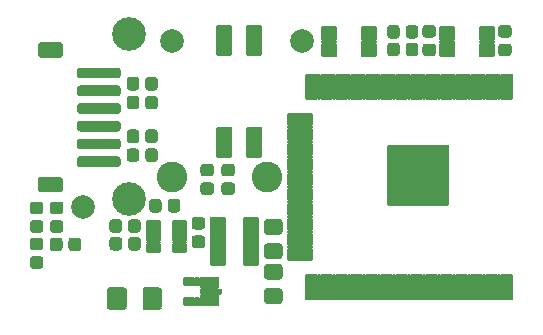
<source format=gbr>
G04 #@! TF.GenerationSoftware,KiCad,Pcbnew,(5.1.12)-1*
G04 #@! TF.CreationDate,2021-12-26T23:17:22+01:00*
G04 #@! TF.ProjectId,005032,30303530-3332-42e6-9b69-6361645f7063,v5*
G04 #@! TF.SameCoordinates,PX88601c0PY4692680*
G04 #@! TF.FileFunction,Soldermask,Top*
G04 #@! TF.FilePolarity,Negative*
%FSLAX46Y46*%
G04 Gerber Fmt 4.6, Leading zero omitted, Abs format (unit mm)*
G04 Created by KiCad (PCBNEW (5.1.12)-1) date 2021-12-26 23:17:22*
%MOMM*%
%LPD*%
G01*
G04 APERTURE LIST*
%ADD10C,2.600000*%
%ADD11C,2.850000*%
%ADD12C,2.000000*%
%ADD13C,0.100000*%
G04 APERTURE END LIST*
G36*
G01*
X-3500000Y-3300000D02*
X-3500000Y-2300000D01*
G75*
G02*
X-3400000Y-2200000I100000J0D01*
G01*
X-2250000Y-2200000D01*
G75*
G02*
X-2150000Y-2300000I0J-100000D01*
G01*
X-2150000Y-3300000D01*
G75*
G02*
X-2250000Y-3400000I-100000J0D01*
G01*
X-3400000Y-3400000D01*
G75*
G02*
X-3500000Y-3300000I0J100000D01*
G01*
G37*
G36*
G01*
X-3500000Y-1900000D02*
X-3500000Y-900000D01*
G75*
G02*
X-3400000Y-800000I100000J0D01*
G01*
X-2250000Y-800000D01*
G75*
G02*
X-2150000Y-900000I0J-100000D01*
G01*
X-2150000Y-1900000D01*
G75*
G02*
X-2250000Y-2000000I-100000J0D01*
G01*
X-3400000Y-2000000D01*
G75*
G02*
X-3500000Y-1900000I0J100000D01*
G01*
G37*
G36*
G01*
X-6850000Y-3300000D02*
X-6850000Y-2300000D01*
G75*
G02*
X-6750000Y-2200000I100000J0D01*
G01*
X-5600000Y-2200000D01*
G75*
G02*
X-5500000Y-2300000I0J-100000D01*
G01*
X-5500000Y-3300000D01*
G75*
G02*
X-5600000Y-3400000I-100000J0D01*
G01*
X-6750000Y-3400000D01*
G75*
G02*
X-6850000Y-3300000I0J100000D01*
G01*
G37*
G36*
G01*
X-6850000Y-1900000D02*
X-6850000Y-900000D01*
G75*
G02*
X-6750000Y-800000I100000J0D01*
G01*
X-5600000Y-800000D01*
G75*
G02*
X-5500000Y-900000I0J-100000D01*
G01*
X-5500000Y-1900000D01*
G75*
G02*
X-5600000Y-2000000I-100000J0D01*
G01*
X-6750000Y-2000000D01*
G75*
G02*
X-6850000Y-1900000I0J100000D01*
G01*
G37*
G36*
G01*
X-13500000Y-3300000D02*
X-13500000Y-2300000D01*
G75*
G02*
X-13400000Y-2200000I100000J0D01*
G01*
X-12250000Y-2200000D01*
G75*
G02*
X-12150000Y-2300000I0J-100000D01*
G01*
X-12150000Y-3300000D01*
G75*
G02*
X-12250000Y-3400000I-100000J0D01*
G01*
X-13400000Y-3400000D01*
G75*
G02*
X-13500000Y-3300000I0J100000D01*
G01*
G37*
G36*
G01*
X-13500000Y-1900000D02*
X-13500000Y-900000D01*
G75*
G02*
X-13400000Y-800000I100000J0D01*
G01*
X-12250000Y-800000D01*
G75*
G02*
X-12150000Y-900000I0J-100000D01*
G01*
X-12150000Y-1900000D01*
G75*
G02*
X-12250000Y-2000000I-100000J0D01*
G01*
X-13400000Y-2000000D01*
G75*
G02*
X-13500000Y-1900000I0J100000D01*
G01*
G37*
G36*
G01*
X-16850000Y-3300000D02*
X-16850000Y-2300000D01*
G75*
G02*
X-16750000Y-2200000I100000J0D01*
G01*
X-15600000Y-2200000D01*
G75*
G02*
X-15500000Y-2300000I0J-100000D01*
G01*
X-15500000Y-3300000D01*
G75*
G02*
X-15600000Y-3400000I-100000J0D01*
G01*
X-16750000Y-3400000D01*
G75*
G02*
X-16850000Y-3300000I0J100000D01*
G01*
G37*
G36*
G01*
X-16850000Y-1900000D02*
X-16850000Y-900000D01*
G75*
G02*
X-16750000Y-800000I100000J0D01*
G01*
X-15600000Y-800000D01*
G75*
G02*
X-15500000Y-900000I0J-100000D01*
G01*
X-15500000Y-1900000D01*
G75*
G02*
X-15600000Y-2000000I-100000J0D01*
G01*
X-16750000Y-2000000D01*
G75*
G02*
X-16850000Y-1900000I0J100000D01*
G01*
G37*
G36*
G01*
X-27037500Y-23000000D02*
X-25312500Y-23000000D01*
G75*
G02*
X-25212500Y-23100000I0J-100000D01*
G01*
X-25212500Y-23400000D01*
G75*
G02*
X-25312500Y-23500000I-100000J0D01*
G01*
X-27037500Y-23500000D01*
G75*
G02*
X-27137500Y-23400000I0J100000D01*
G01*
X-27137500Y-23100000D01*
G75*
G02*
X-27037500Y-23000000I100000J0D01*
G01*
G37*
G36*
G01*
X-27037500Y-23500000D02*
X-25587500Y-23500000D01*
G75*
G02*
X-25487500Y-23600000I0J-100000D01*
G01*
X-25487500Y-24400000D01*
G75*
G02*
X-25587500Y-24500000I-100000J0D01*
G01*
X-27037500Y-24500000D01*
G75*
G02*
X-27137500Y-24400000I0J100000D01*
G01*
X-27137500Y-23600000D01*
G75*
G02*
X-27037500Y-23500000I100000J0D01*
G01*
G37*
G36*
G01*
X-27512500Y-23700000D02*
X-27212500Y-23700000D01*
G75*
G02*
X-27112500Y-23800000I0J-100000D01*
G01*
X-27112500Y-24400000D01*
G75*
G02*
X-27212500Y-24500000I-100000J0D01*
G01*
X-27512500Y-24500000D01*
G75*
G02*
X-27612500Y-24400000I0J100000D01*
G01*
X-27612500Y-23800000D01*
G75*
G02*
X-27512500Y-23700000I100000J0D01*
G01*
G37*
G36*
G01*
X-27962500Y-23700000D02*
X-27662500Y-23700000D01*
G75*
G02*
X-27562500Y-23800000I0J-100000D01*
G01*
X-27562500Y-24400000D01*
G75*
G02*
X-27662500Y-24500000I-100000J0D01*
G01*
X-27962500Y-24500000D01*
G75*
G02*
X-28062500Y-24400000I0J100000D01*
G01*
X-28062500Y-23800000D01*
G75*
G02*
X-27962500Y-23700000I100000J0D01*
G01*
G37*
G36*
G01*
X-28412500Y-23700000D02*
X-28112500Y-23700000D01*
G75*
G02*
X-28012500Y-23800000I0J-100000D01*
G01*
X-28012500Y-24400000D01*
G75*
G02*
X-28112500Y-24500000I-100000J0D01*
G01*
X-28412500Y-24500000D01*
G75*
G02*
X-28512500Y-24400000I0J100000D01*
G01*
X-28512500Y-23800000D01*
G75*
G02*
X-28412500Y-23700000I100000J0D01*
G01*
G37*
G36*
G01*
X-28412500Y-22000000D02*
X-28112500Y-22000000D01*
G75*
G02*
X-28012500Y-22100000I0J-100000D01*
G01*
X-28012500Y-22700000D01*
G75*
G02*
X-28112500Y-22800000I-100000J0D01*
G01*
X-28412500Y-22800000D01*
G75*
G02*
X-28512500Y-22700000I0J100000D01*
G01*
X-28512500Y-22100000D01*
G75*
G02*
X-28412500Y-22000000I100000J0D01*
G01*
G37*
G36*
G01*
X-27962500Y-22000000D02*
X-27662500Y-22000000D01*
G75*
G02*
X-27562500Y-22100000I0J-100000D01*
G01*
X-27562500Y-22700000D01*
G75*
G02*
X-27662500Y-22800000I-100000J0D01*
G01*
X-27962500Y-22800000D01*
G75*
G02*
X-28062500Y-22700000I0J100000D01*
G01*
X-28062500Y-22100000D01*
G75*
G02*
X-27962500Y-22000000I100000J0D01*
G01*
G37*
G36*
G01*
X-27512500Y-22000000D02*
X-27212500Y-22000000D01*
G75*
G02*
X-27112500Y-22100000I0J-100000D01*
G01*
X-27112500Y-22700000D01*
G75*
G02*
X-27212500Y-22800000I-100000J0D01*
G01*
X-27512500Y-22800000D01*
G75*
G02*
X-27612500Y-22700000I0J100000D01*
G01*
X-27612500Y-22100000D01*
G75*
G02*
X-27512500Y-22000000I100000J0D01*
G01*
G37*
G36*
G01*
X-27037500Y-22000000D02*
X-25587500Y-22000000D01*
G75*
G02*
X-25487500Y-22100000I0J-100000D01*
G01*
X-25487500Y-22900000D01*
G75*
G02*
X-25587500Y-23000000I-100000J0D01*
G01*
X-27037500Y-23000000D01*
G75*
G02*
X-27137500Y-22900000I0J100000D01*
G01*
X-27137500Y-22100000D01*
G75*
G02*
X-27037500Y-22000000I100000J0D01*
G01*
G37*
D10*
X-21470000Y-13540000D03*
X-29470000Y-13540000D03*
D11*
X-33100000Y-15450000D03*
D12*
X-18500000Y-2000000D03*
X-29500000Y-2000000D03*
X-37000000Y-16100000D03*
D11*
X-33100000Y-1450000D03*
G36*
G01*
X-11140000Y-10800000D02*
X-6140000Y-10800000D01*
G75*
G02*
X-6040000Y-10900000I0J-100000D01*
G01*
X-6040000Y-15900000D01*
G75*
G02*
X-6140000Y-16000000I-100000J0D01*
G01*
X-11140000Y-16000000D01*
G75*
G02*
X-11240000Y-15900000I0J100000D01*
G01*
X-11240000Y-10900000D01*
G75*
G02*
X-11140000Y-10800000I100000J0D01*
G01*
G37*
G36*
G01*
X-1590000Y-21800000D02*
X-690000Y-21800000D01*
G75*
G02*
X-590000Y-21900000I0J-100000D01*
G01*
X-590000Y-23900000D01*
G75*
G02*
X-690000Y-24000000I-100000J0D01*
G01*
X-1590000Y-24000000D01*
G75*
G02*
X-1690000Y-23900000I0J100000D01*
G01*
X-1690000Y-21900000D01*
G75*
G02*
X-1590000Y-21800000I100000J0D01*
G01*
G37*
G36*
G01*
X-2860000Y-21800000D02*
X-1960000Y-21800000D01*
G75*
G02*
X-1860000Y-21900000I0J-100000D01*
G01*
X-1860000Y-23900000D01*
G75*
G02*
X-1960000Y-24000000I-100000J0D01*
G01*
X-2860000Y-24000000D01*
G75*
G02*
X-2960000Y-23900000I0J100000D01*
G01*
X-2960000Y-21900000D01*
G75*
G02*
X-2860000Y-21800000I100000J0D01*
G01*
G37*
G36*
G01*
X-4130000Y-21800000D02*
X-3230000Y-21800000D01*
G75*
G02*
X-3130000Y-21900000I0J-100000D01*
G01*
X-3130000Y-23900000D01*
G75*
G02*
X-3230000Y-24000000I-100000J0D01*
G01*
X-4130000Y-24000000D01*
G75*
G02*
X-4230000Y-23900000I0J100000D01*
G01*
X-4230000Y-21900000D01*
G75*
G02*
X-4130000Y-21800000I100000J0D01*
G01*
G37*
G36*
G01*
X-5400000Y-21800000D02*
X-4500000Y-21800000D01*
G75*
G02*
X-4400000Y-21900000I0J-100000D01*
G01*
X-4400000Y-23900000D01*
G75*
G02*
X-4500000Y-24000000I-100000J0D01*
G01*
X-5400000Y-24000000D01*
G75*
G02*
X-5500000Y-23900000I0J100000D01*
G01*
X-5500000Y-21900000D01*
G75*
G02*
X-5400000Y-21800000I100000J0D01*
G01*
G37*
G36*
G01*
X-6670000Y-21800000D02*
X-5770000Y-21800000D01*
G75*
G02*
X-5670000Y-21900000I0J-100000D01*
G01*
X-5670000Y-23900000D01*
G75*
G02*
X-5770000Y-24000000I-100000J0D01*
G01*
X-6670000Y-24000000D01*
G75*
G02*
X-6770000Y-23900000I0J100000D01*
G01*
X-6770000Y-21900000D01*
G75*
G02*
X-6670000Y-21800000I100000J0D01*
G01*
G37*
G36*
G01*
X-7940000Y-21800000D02*
X-7040000Y-21800000D01*
G75*
G02*
X-6940000Y-21900000I0J-100000D01*
G01*
X-6940000Y-23900000D01*
G75*
G02*
X-7040000Y-24000000I-100000J0D01*
G01*
X-7940000Y-24000000D01*
G75*
G02*
X-8040000Y-23900000I0J100000D01*
G01*
X-8040000Y-21900000D01*
G75*
G02*
X-7940000Y-21800000I100000J0D01*
G01*
G37*
G36*
G01*
X-9210000Y-21800000D02*
X-8310000Y-21800000D01*
G75*
G02*
X-8210000Y-21900000I0J-100000D01*
G01*
X-8210000Y-23900000D01*
G75*
G02*
X-8310000Y-24000000I-100000J0D01*
G01*
X-9210000Y-24000000D01*
G75*
G02*
X-9310000Y-23900000I0J100000D01*
G01*
X-9310000Y-21900000D01*
G75*
G02*
X-9210000Y-21800000I100000J0D01*
G01*
G37*
G36*
G01*
X-10480000Y-21800000D02*
X-9580000Y-21800000D01*
G75*
G02*
X-9480000Y-21900000I0J-100000D01*
G01*
X-9480000Y-23900000D01*
G75*
G02*
X-9580000Y-24000000I-100000J0D01*
G01*
X-10480000Y-24000000D01*
G75*
G02*
X-10580000Y-23900000I0J100000D01*
G01*
X-10580000Y-21900000D01*
G75*
G02*
X-10480000Y-21800000I100000J0D01*
G01*
G37*
G36*
G01*
X-11750000Y-21800000D02*
X-10850000Y-21800000D01*
G75*
G02*
X-10750000Y-21900000I0J-100000D01*
G01*
X-10750000Y-23900000D01*
G75*
G02*
X-10850000Y-24000000I-100000J0D01*
G01*
X-11750000Y-24000000D01*
G75*
G02*
X-11850000Y-23900000I0J100000D01*
G01*
X-11850000Y-21900000D01*
G75*
G02*
X-11750000Y-21800000I100000J0D01*
G01*
G37*
G36*
G01*
X-13020000Y-21800000D02*
X-12120000Y-21800000D01*
G75*
G02*
X-12020000Y-21900000I0J-100000D01*
G01*
X-12020000Y-23900000D01*
G75*
G02*
X-12120000Y-24000000I-100000J0D01*
G01*
X-13020000Y-24000000D01*
G75*
G02*
X-13120000Y-23900000I0J100000D01*
G01*
X-13120000Y-21900000D01*
G75*
G02*
X-13020000Y-21800000I100000J0D01*
G01*
G37*
G36*
G01*
X-14290000Y-21800000D02*
X-13390000Y-21800000D01*
G75*
G02*
X-13290000Y-21900000I0J-100000D01*
G01*
X-13290000Y-23900000D01*
G75*
G02*
X-13390000Y-24000000I-100000J0D01*
G01*
X-14290000Y-24000000D01*
G75*
G02*
X-14390000Y-23900000I0J100000D01*
G01*
X-14390000Y-21900000D01*
G75*
G02*
X-14290000Y-21800000I100000J0D01*
G01*
G37*
G36*
G01*
X-15560000Y-21800000D02*
X-14660000Y-21800000D01*
G75*
G02*
X-14560000Y-21900000I0J-100000D01*
G01*
X-14560000Y-23900000D01*
G75*
G02*
X-14660000Y-24000000I-100000J0D01*
G01*
X-15560000Y-24000000D01*
G75*
G02*
X-15660000Y-23900000I0J100000D01*
G01*
X-15660000Y-21900000D01*
G75*
G02*
X-15560000Y-21800000I100000J0D01*
G01*
G37*
G36*
G01*
X-16830000Y-21800000D02*
X-15930000Y-21800000D01*
G75*
G02*
X-15830000Y-21900000I0J-100000D01*
G01*
X-15830000Y-23900000D01*
G75*
G02*
X-15930000Y-24000000I-100000J0D01*
G01*
X-16830000Y-24000000D01*
G75*
G02*
X-16930000Y-23900000I0J100000D01*
G01*
X-16930000Y-21900000D01*
G75*
G02*
X-16830000Y-21800000I100000J0D01*
G01*
G37*
G36*
G01*
X-18100000Y-21800000D02*
X-17200000Y-21800000D01*
G75*
G02*
X-17100000Y-21900000I0J-100000D01*
G01*
X-17100000Y-23900000D01*
G75*
G02*
X-17200000Y-24000000I-100000J0D01*
G01*
X-18100000Y-24000000D01*
G75*
G02*
X-18200000Y-23900000I0J100000D01*
G01*
X-18200000Y-21900000D01*
G75*
G02*
X-18100000Y-21800000I100000J0D01*
G01*
G37*
G36*
G01*
X-19650000Y-19565000D02*
X-17650000Y-19565000D01*
G75*
G02*
X-17550000Y-19665000I0J-100000D01*
G01*
X-17550000Y-20565000D01*
G75*
G02*
X-17650000Y-20665000I-100000J0D01*
G01*
X-19650000Y-20665000D01*
G75*
G02*
X-19750000Y-20565000I0J100000D01*
G01*
X-19750000Y-19665000D01*
G75*
G02*
X-19650000Y-19565000I100000J0D01*
G01*
G37*
G36*
G01*
X-19650000Y-18295000D02*
X-17650000Y-18295000D01*
G75*
G02*
X-17550000Y-18395000I0J-100000D01*
G01*
X-17550000Y-19295000D01*
G75*
G02*
X-17650000Y-19395000I-100000J0D01*
G01*
X-19650000Y-19395000D01*
G75*
G02*
X-19750000Y-19295000I0J100000D01*
G01*
X-19750000Y-18395000D01*
G75*
G02*
X-19650000Y-18295000I100000J0D01*
G01*
G37*
G36*
G01*
X-19650000Y-17025000D02*
X-17650000Y-17025000D01*
G75*
G02*
X-17550000Y-17125000I0J-100000D01*
G01*
X-17550000Y-18025000D01*
G75*
G02*
X-17650000Y-18125000I-100000J0D01*
G01*
X-19650000Y-18125000D01*
G75*
G02*
X-19750000Y-18025000I0J100000D01*
G01*
X-19750000Y-17125000D01*
G75*
G02*
X-19650000Y-17025000I100000J0D01*
G01*
G37*
G36*
G01*
X-19650000Y-15755000D02*
X-17650000Y-15755000D01*
G75*
G02*
X-17550000Y-15855000I0J-100000D01*
G01*
X-17550000Y-16755000D01*
G75*
G02*
X-17650000Y-16855000I-100000J0D01*
G01*
X-19650000Y-16855000D01*
G75*
G02*
X-19750000Y-16755000I0J100000D01*
G01*
X-19750000Y-15855000D01*
G75*
G02*
X-19650000Y-15755000I100000J0D01*
G01*
G37*
G36*
G01*
X-19650000Y-14485000D02*
X-17650000Y-14485000D01*
G75*
G02*
X-17550000Y-14585000I0J-100000D01*
G01*
X-17550000Y-15485000D01*
G75*
G02*
X-17650000Y-15585000I-100000J0D01*
G01*
X-19650000Y-15585000D01*
G75*
G02*
X-19750000Y-15485000I0J100000D01*
G01*
X-19750000Y-14585000D01*
G75*
G02*
X-19650000Y-14485000I100000J0D01*
G01*
G37*
G36*
G01*
X-19650000Y-13215000D02*
X-17650000Y-13215000D01*
G75*
G02*
X-17550000Y-13315000I0J-100000D01*
G01*
X-17550000Y-14215000D01*
G75*
G02*
X-17650000Y-14315000I-100000J0D01*
G01*
X-19650000Y-14315000D01*
G75*
G02*
X-19750000Y-14215000I0J100000D01*
G01*
X-19750000Y-13315000D01*
G75*
G02*
X-19650000Y-13215000I100000J0D01*
G01*
G37*
G36*
G01*
X-19650000Y-11945000D02*
X-17650000Y-11945000D01*
G75*
G02*
X-17550000Y-12045000I0J-100000D01*
G01*
X-17550000Y-12945000D01*
G75*
G02*
X-17650000Y-13045000I-100000J0D01*
G01*
X-19650000Y-13045000D01*
G75*
G02*
X-19750000Y-12945000I0J100000D01*
G01*
X-19750000Y-12045000D01*
G75*
G02*
X-19650000Y-11945000I100000J0D01*
G01*
G37*
G36*
G01*
X-19650000Y-10675000D02*
X-17650000Y-10675000D01*
G75*
G02*
X-17550000Y-10775000I0J-100000D01*
G01*
X-17550000Y-11675000D01*
G75*
G02*
X-17650000Y-11775000I-100000J0D01*
G01*
X-19650000Y-11775000D01*
G75*
G02*
X-19750000Y-11675000I0J100000D01*
G01*
X-19750000Y-10775000D01*
G75*
G02*
X-19650000Y-10675000I100000J0D01*
G01*
G37*
G36*
G01*
X-19650000Y-9405000D02*
X-17650000Y-9405000D01*
G75*
G02*
X-17550000Y-9505000I0J-100000D01*
G01*
X-17550000Y-10405000D01*
G75*
G02*
X-17650000Y-10505000I-100000J0D01*
G01*
X-19650000Y-10505000D01*
G75*
G02*
X-19750000Y-10405000I0J100000D01*
G01*
X-19750000Y-9505000D01*
G75*
G02*
X-19650000Y-9405000I100000J0D01*
G01*
G37*
G36*
G01*
X-19650000Y-8135000D02*
X-17650000Y-8135000D01*
G75*
G02*
X-17550000Y-8235000I0J-100000D01*
G01*
X-17550000Y-9135000D01*
G75*
G02*
X-17650000Y-9235000I-100000J0D01*
G01*
X-19650000Y-9235000D01*
G75*
G02*
X-19750000Y-9135000I0J100000D01*
G01*
X-19750000Y-8235000D01*
G75*
G02*
X-19650000Y-8135000I100000J0D01*
G01*
G37*
G36*
G01*
X-18100000Y-4800000D02*
X-17200000Y-4800000D01*
G75*
G02*
X-17100000Y-4900000I0J-100000D01*
G01*
X-17100000Y-6900000D01*
G75*
G02*
X-17200000Y-7000000I-100000J0D01*
G01*
X-18100000Y-7000000D01*
G75*
G02*
X-18200000Y-6900000I0J100000D01*
G01*
X-18200000Y-4900000D01*
G75*
G02*
X-18100000Y-4800000I100000J0D01*
G01*
G37*
G36*
G01*
X-16830000Y-4800000D02*
X-15930000Y-4800000D01*
G75*
G02*
X-15830000Y-4900000I0J-100000D01*
G01*
X-15830000Y-6900000D01*
G75*
G02*
X-15930000Y-7000000I-100000J0D01*
G01*
X-16830000Y-7000000D01*
G75*
G02*
X-16930000Y-6900000I0J100000D01*
G01*
X-16930000Y-4900000D01*
G75*
G02*
X-16830000Y-4800000I100000J0D01*
G01*
G37*
G36*
G01*
X-15560000Y-4800000D02*
X-14660000Y-4800000D01*
G75*
G02*
X-14560000Y-4900000I0J-100000D01*
G01*
X-14560000Y-6900000D01*
G75*
G02*
X-14660000Y-7000000I-100000J0D01*
G01*
X-15560000Y-7000000D01*
G75*
G02*
X-15660000Y-6900000I0J100000D01*
G01*
X-15660000Y-4900000D01*
G75*
G02*
X-15560000Y-4800000I100000J0D01*
G01*
G37*
G36*
G01*
X-14290000Y-4800000D02*
X-13390000Y-4800000D01*
G75*
G02*
X-13290000Y-4900000I0J-100000D01*
G01*
X-13290000Y-6900000D01*
G75*
G02*
X-13390000Y-7000000I-100000J0D01*
G01*
X-14290000Y-7000000D01*
G75*
G02*
X-14390000Y-6900000I0J100000D01*
G01*
X-14390000Y-4900000D01*
G75*
G02*
X-14290000Y-4800000I100000J0D01*
G01*
G37*
G36*
G01*
X-13020000Y-4800000D02*
X-12120000Y-4800000D01*
G75*
G02*
X-12020000Y-4900000I0J-100000D01*
G01*
X-12020000Y-6900000D01*
G75*
G02*
X-12120000Y-7000000I-100000J0D01*
G01*
X-13020000Y-7000000D01*
G75*
G02*
X-13120000Y-6900000I0J100000D01*
G01*
X-13120000Y-4900000D01*
G75*
G02*
X-13020000Y-4800000I100000J0D01*
G01*
G37*
G36*
G01*
X-11750000Y-4800000D02*
X-10850000Y-4800000D01*
G75*
G02*
X-10750000Y-4900000I0J-100000D01*
G01*
X-10750000Y-6900000D01*
G75*
G02*
X-10850000Y-7000000I-100000J0D01*
G01*
X-11750000Y-7000000D01*
G75*
G02*
X-11850000Y-6900000I0J100000D01*
G01*
X-11850000Y-4900000D01*
G75*
G02*
X-11750000Y-4800000I100000J0D01*
G01*
G37*
G36*
G01*
X-10480000Y-4800000D02*
X-9580000Y-4800000D01*
G75*
G02*
X-9480000Y-4900000I0J-100000D01*
G01*
X-9480000Y-6900000D01*
G75*
G02*
X-9580000Y-7000000I-100000J0D01*
G01*
X-10480000Y-7000000D01*
G75*
G02*
X-10580000Y-6900000I0J100000D01*
G01*
X-10580000Y-4900000D01*
G75*
G02*
X-10480000Y-4800000I100000J0D01*
G01*
G37*
G36*
G01*
X-9210000Y-4800000D02*
X-8310000Y-4800000D01*
G75*
G02*
X-8210000Y-4900000I0J-100000D01*
G01*
X-8210000Y-6900000D01*
G75*
G02*
X-8310000Y-7000000I-100000J0D01*
G01*
X-9210000Y-7000000D01*
G75*
G02*
X-9310000Y-6900000I0J100000D01*
G01*
X-9310000Y-4900000D01*
G75*
G02*
X-9210000Y-4800000I100000J0D01*
G01*
G37*
G36*
G01*
X-7940000Y-4800000D02*
X-7040000Y-4800000D01*
G75*
G02*
X-6940000Y-4900000I0J-100000D01*
G01*
X-6940000Y-6900000D01*
G75*
G02*
X-7040000Y-7000000I-100000J0D01*
G01*
X-7940000Y-7000000D01*
G75*
G02*
X-8040000Y-6900000I0J100000D01*
G01*
X-8040000Y-4900000D01*
G75*
G02*
X-7940000Y-4800000I100000J0D01*
G01*
G37*
G36*
G01*
X-6670000Y-4800000D02*
X-5770000Y-4800000D01*
G75*
G02*
X-5670000Y-4900000I0J-100000D01*
G01*
X-5670000Y-6900000D01*
G75*
G02*
X-5770000Y-7000000I-100000J0D01*
G01*
X-6670000Y-7000000D01*
G75*
G02*
X-6770000Y-6900000I0J100000D01*
G01*
X-6770000Y-4900000D01*
G75*
G02*
X-6670000Y-4800000I100000J0D01*
G01*
G37*
G36*
G01*
X-5400000Y-4800000D02*
X-4500000Y-4800000D01*
G75*
G02*
X-4400000Y-4900000I0J-100000D01*
G01*
X-4400000Y-6900000D01*
G75*
G02*
X-4500000Y-7000000I-100000J0D01*
G01*
X-5400000Y-7000000D01*
G75*
G02*
X-5500000Y-6900000I0J100000D01*
G01*
X-5500000Y-4900000D01*
G75*
G02*
X-5400000Y-4800000I100000J0D01*
G01*
G37*
G36*
G01*
X-4130000Y-4800000D02*
X-3230000Y-4800000D01*
G75*
G02*
X-3130000Y-4900000I0J-100000D01*
G01*
X-3130000Y-6900000D01*
G75*
G02*
X-3230000Y-7000000I-100000J0D01*
G01*
X-4130000Y-7000000D01*
G75*
G02*
X-4230000Y-6900000I0J100000D01*
G01*
X-4230000Y-4900000D01*
G75*
G02*
X-4130000Y-4800000I100000J0D01*
G01*
G37*
G36*
G01*
X-2860000Y-4800000D02*
X-1960000Y-4800000D01*
G75*
G02*
X-1860000Y-4900000I0J-100000D01*
G01*
X-1860000Y-6900000D01*
G75*
G02*
X-1960000Y-7000000I-100000J0D01*
G01*
X-2860000Y-7000000D01*
G75*
G02*
X-2960000Y-6900000I0J100000D01*
G01*
X-2960000Y-4900000D01*
G75*
G02*
X-2860000Y-4800000I100000J0D01*
G01*
G37*
G36*
G01*
X-1590000Y-4800000D02*
X-690000Y-4800000D01*
G75*
G02*
X-590000Y-4900000I0J-100000D01*
G01*
X-590000Y-6900000D01*
G75*
G02*
X-690000Y-7000000I-100000J0D01*
G01*
X-1590000Y-7000000D01*
G75*
G02*
X-1690000Y-6900000I0J100000D01*
G01*
X-1690000Y-4900000D01*
G75*
G02*
X-1590000Y-4800000I100000J0D01*
G01*
G37*
G36*
G01*
X-30350000Y-23160087D02*
X-30350000Y-24539913D01*
G75*
G02*
X-30635087Y-24825000I-285087J0D01*
G01*
X-31689913Y-24825000D01*
G75*
G02*
X-31975000Y-24539913I0J285087D01*
G01*
X-31975000Y-23160087D01*
G75*
G02*
X-31689913Y-22875000I285087J0D01*
G01*
X-30635087Y-22875000D01*
G75*
G02*
X-30350000Y-23160087I0J-285087D01*
G01*
G37*
G36*
G01*
X-33325000Y-23160087D02*
X-33325000Y-24539913D01*
G75*
G02*
X-33610087Y-24825000I-285087J0D01*
G01*
X-34664913Y-24825000D01*
G75*
G02*
X-34950000Y-24539913I0J285087D01*
G01*
X-34950000Y-23160087D01*
G75*
G02*
X-34664913Y-22875000I285087J0D01*
G01*
X-33610087Y-22875000D01*
G75*
G02*
X-33325000Y-23160087I0J-285087D01*
G01*
G37*
G36*
G01*
X-27556250Y-18500000D02*
X-26943750Y-18500000D01*
G75*
G02*
X-26675000Y-18768750I0J-268750D01*
G01*
X-26675000Y-19306250D01*
G75*
G02*
X-26943750Y-19575000I-268750J0D01*
G01*
X-27556250Y-19575000D01*
G75*
G02*
X-27825000Y-19306250I0J268750D01*
G01*
X-27825000Y-18768750D01*
G75*
G02*
X-27556250Y-18500000I268750J0D01*
G01*
G37*
G36*
G01*
X-27556250Y-16925000D02*
X-26943750Y-16925000D01*
G75*
G02*
X-26675000Y-17193750I0J-268750D01*
G01*
X-26675000Y-17731250D01*
G75*
G02*
X-26943750Y-18000000I-268750J0D01*
G01*
X-27556250Y-18000000D01*
G75*
G02*
X-27825000Y-17731250I0J268750D01*
G01*
X-27825000Y-17193750D01*
G75*
G02*
X-27556250Y-16925000I268750J0D01*
G01*
G37*
G36*
G01*
X-34775000Y-18006250D02*
X-34775000Y-17393750D01*
G75*
G02*
X-34506250Y-17125000I268750J0D01*
G01*
X-33968750Y-17125000D01*
G75*
G02*
X-33700000Y-17393750I0J-268750D01*
G01*
X-33700000Y-18006250D01*
G75*
G02*
X-33968750Y-18275000I-268750J0D01*
G01*
X-34506250Y-18275000D01*
G75*
G02*
X-34775000Y-18006250I0J268750D01*
G01*
G37*
G36*
G01*
X-33200000Y-18006250D02*
X-33200000Y-17393750D01*
G75*
G02*
X-32931250Y-17125000I268750J0D01*
G01*
X-32393750Y-17125000D01*
G75*
G02*
X-32125000Y-17393750I0J-268750D01*
G01*
X-32125000Y-18006250D01*
G75*
G02*
X-32393750Y-18275000I-268750J0D01*
G01*
X-32931250Y-18275000D01*
G75*
G02*
X-33200000Y-18006250I0J268750D01*
G01*
G37*
G36*
G01*
X-21406523Y-22950000D02*
X-20393477Y-22950000D01*
G75*
G02*
X-20100000Y-23243477I0J-293477D01*
G01*
X-20100000Y-24006523D01*
G75*
G02*
X-20393477Y-24300000I-293477J0D01*
G01*
X-21406523Y-24300000D01*
G75*
G02*
X-21700000Y-24006523I0J293477D01*
G01*
X-21700000Y-23243477D01*
G75*
G02*
X-21406523Y-22950000I293477J0D01*
G01*
G37*
G36*
G01*
X-21406523Y-20900000D02*
X-20393477Y-20900000D01*
G75*
G02*
X-20100000Y-21193477I0J-293477D01*
G01*
X-20100000Y-21956523D01*
G75*
G02*
X-20393477Y-22250000I-293477J0D01*
G01*
X-21406523Y-22250000D01*
G75*
G02*
X-21700000Y-21956523I0J293477D01*
G01*
X-21700000Y-21193477D01*
G75*
G02*
X-21406523Y-20900000I293477J0D01*
G01*
G37*
G36*
G01*
X-20393477Y-20500000D02*
X-21406523Y-20500000D01*
G75*
G02*
X-21700000Y-20206523I0J293477D01*
G01*
X-21700000Y-19443477D01*
G75*
G02*
X-21406523Y-19150000I293477J0D01*
G01*
X-20393477Y-19150000D01*
G75*
G02*
X-20100000Y-19443477I0J-293477D01*
G01*
X-20100000Y-20206523D01*
G75*
G02*
X-20393477Y-20500000I-293477J0D01*
G01*
G37*
G36*
G01*
X-20393477Y-18450000D02*
X-21406523Y-18450000D01*
G75*
G02*
X-21700000Y-18156523I0J293477D01*
G01*
X-21700000Y-17393477D01*
G75*
G02*
X-21406523Y-17100000I293477J0D01*
G01*
X-20393477Y-17100000D01*
G75*
G02*
X-20100000Y-17393477I0J-293477D01*
G01*
X-20100000Y-18156523D01*
G75*
G02*
X-20393477Y-18450000I-293477J0D01*
G01*
G37*
G36*
G01*
X-7393750Y-3325000D02*
X-8006250Y-3325000D01*
G75*
G02*
X-8275000Y-3056250I0J268750D01*
G01*
X-8275000Y-2518750D01*
G75*
G02*
X-8006250Y-2250000I268750J0D01*
G01*
X-7393750Y-2250000D01*
G75*
G02*
X-7125000Y-2518750I0J-268750D01*
G01*
X-7125000Y-3056250D01*
G75*
G02*
X-7393750Y-3325000I-268750J0D01*
G01*
G37*
G36*
G01*
X-7393750Y-1750000D02*
X-8006250Y-1750000D01*
G75*
G02*
X-8275000Y-1481250I0J268750D01*
G01*
X-8275000Y-943750D01*
G75*
G02*
X-8006250Y-675000I268750J0D01*
G01*
X-7393750Y-675000D01*
G75*
G02*
X-7125000Y-943750I0J-268750D01*
G01*
X-7125000Y-1481250D01*
G75*
G02*
X-7393750Y-1750000I-268750J0D01*
G01*
G37*
G36*
G01*
X-993750Y-1750000D02*
X-1606250Y-1750000D01*
G75*
G02*
X-1875000Y-1481250I0J268750D01*
G01*
X-1875000Y-943750D01*
G75*
G02*
X-1606250Y-675000I268750J0D01*
G01*
X-993750Y-675000D01*
G75*
G02*
X-725000Y-943750I0J-268750D01*
G01*
X-725000Y-1481250D01*
G75*
G02*
X-993750Y-1750000I-268750J0D01*
G01*
G37*
G36*
G01*
X-993750Y-3325000D02*
X-1606250Y-3325000D01*
G75*
G02*
X-1875000Y-3056250I0J268750D01*
G01*
X-1875000Y-2518750D01*
G75*
G02*
X-1606250Y-2250000I268750J0D01*
G01*
X-993750Y-2250000D01*
G75*
G02*
X-725000Y-2518750I0J-268750D01*
G01*
X-725000Y-3056250D01*
G75*
G02*
X-993750Y-3325000I-268750J0D01*
G01*
G37*
G36*
G01*
X-10200000Y-943750D02*
X-10200000Y-1556250D01*
G75*
G02*
X-10468750Y-1825000I-268750J0D01*
G01*
X-11006250Y-1825000D01*
G75*
G02*
X-11275000Y-1556250I0J268750D01*
G01*
X-11275000Y-943750D01*
G75*
G02*
X-11006250Y-675000I268750J0D01*
G01*
X-10468750Y-675000D01*
G75*
G02*
X-10200000Y-943750I0J-268750D01*
G01*
G37*
G36*
G01*
X-8625000Y-943750D02*
X-8625000Y-1556250D01*
G75*
G02*
X-8893750Y-1825000I-268750J0D01*
G01*
X-9431250Y-1825000D01*
G75*
G02*
X-9700000Y-1556250I0J268750D01*
G01*
X-9700000Y-943750D01*
G75*
G02*
X-9431250Y-675000I268750J0D01*
G01*
X-8893750Y-675000D01*
G75*
G02*
X-8625000Y-943750I0J-268750D01*
G01*
G37*
G36*
G01*
X-41256250Y-15625000D02*
X-40643750Y-15625000D01*
G75*
G02*
X-40375000Y-15893750I0J-268750D01*
G01*
X-40375000Y-16431250D01*
G75*
G02*
X-40643750Y-16700000I-268750J0D01*
G01*
X-41256250Y-16700000D01*
G75*
G02*
X-41525000Y-16431250I0J268750D01*
G01*
X-41525000Y-15893750D01*
G75*
G02*
X-41256250Y-15625000I268750J0D01*
G01*
G37*
G36*
G01*
X-41256250Y-17200000D02*
X-40643750Y-17200000D01*
G75*
G02*
X-40375000Y-17468750I0J-268750D01*
G01*
X-40375000Y-18006250D01*
G75*
G02*
X-40643750Y-18275000I-268750J0D01*
G01*
X-41256250Y-18275000D01*
G75*
G02*
X-41525000Y-18006250I0J268750D01*
G01*
X-41525000Y-17468750D01*
G75*
G02*
X-41256250Y-17200000I268750J0D01*
G01*
G37*
G36*
G01*
X-39556250Y-17200000D02*
X-38943750Y-17200000D01*
G75*
G02*
X-38675000Y-17468750I0J-268750D01*
G01*
X-38675000Y-18006250D01*
G75*
G02*
X-38943750Y-18275000I-268750J0D01*
G01*
X-39556250Y-18275000D01*
G75*
G02*
X-39825000Y-18006250I0J268750D01*
G01*
X-39825000Y-17468750D01*
G75*
G02*
X-39556250Y-17200000I268750J0D01*
G01*
G37*
G36*
G01*
X-39556250Y-15625000D02*
X-38943750Y-15625000D01*
G75*
G02*
X-38675000Y-15893750I0J-268750D01*
G01*
X-38675000Y-16431250D01*
G75*
G02*
X-38943750Y-16700000I-268750J0D01*
G01*
X-39556250Y-16700000D01*
G75*
G02*
X-39825000Y-16431250I0J268750D01*
G01*
X-39825000Y-15893750D01*
G75*
G02*
X-39556250Y-15625000I268750J0D01*
G01*
G37*
G36*
G01*
X-33200000Y-19506250D02*
X-33200000Y-18893750D01*
G75*
G02*
X-32931250Y-18625000I268750J0D01*
G01*
X-32393750Y-18625000D01*
G75*
G02*
X-32125000Y-18893750I0J-268750D01*
G01*
X-32125000Y-19506250D01*
G75*
G02*
X-32393750Y-19775000I-268750J0D01*
G01*
X-32931250Y-19775000D01*
G75*
G02*
X-33200000Y-19506250I0J268750D01*
G01*
G37*
G36*
G01*
X-34775000Y-19506250D02*
X-34775000Y-18893750D01*
G75*
G02*
X-34506250Y-18625000I268750J0D01*
G01*
X-33968750Y-18625000D01*
G75*
G02*
X-33700000Y-18893750I0J-268750D01*
G01*
X-33700000Y-19506250D01*
G75*
G02*
X-33968750Y-19775000I-268750J0D01*
G01*
X-34506250Y-19775000D01*
G75*
G02*
X-34775000Y-19506250I0J268750D01*
G01*
G37*
G36*
G01*
X-31425000Y-16286250D02*
X-31425000Y-15673750D01*
G75*
G02*
X-31156250Y-15405000I268750J0D01*
G01*
X-30618750Y-15405000D01*
G75*
G02*
X-30350000Y-15673750I0J-268750D01*
G01*
X-30350000Y-16286250D01*
G75*
G02*
X-30618750Y-16555000I-268750J0D01*
G01*
X-31156250Y-16555000D01*
G75*
G02*
X-31425000Y-16286250I0J268750D01*
G01*
G37*
G36*
G01*
X-29850000Y-16286250D02*
X-29850000Y-15673750D01*
G75*
G02*
X-29581250Y-15405000I268750J0D01*
G01*
X-29043750Y-15405000D01*
G75*
G02*
X-28775000Y-15673750I0J-268750D01*
G01*
X-28775000Y-16286250D01*
G75*
G02*
X-29043750Y-16555000I-268750J0D01*
G01*
X-29581250Y-16555000D01*
G75*
G02*
X-29850000Y-16286250I0J268750D01*
G01*
G37*
G36*
G01*
X-9700000Y-3056250D02*
X-9700000Y-2443750D01*
G75*
G02*
X-9431250Y-2175000I268750J0D01*
G01*
X-8893750Y-2175000D01*
G75*
G02*
X-8625000Y-2443750I0J-268750D01*
G01*
X-8625000Y-3056250D01*
G75*
G02*
X-8893750Y-3325000I-268750J0D01*
G01*
X-9431250Y-3325000D01*
G75*
G02*
X-9700000Y-3056250I0J268750D01*
G01*
G37*
G36*
G01*
X-11275000Y-3056250D02*
X-11275000Y-2443750D01*
G75*
G02*
X-11006250Y-2175000I268750J0D01*
G01*
X-10468750Y-2175000D01*
G75*
G02*
X-10200000Y-2443750I0J-268750D01*
G01*
X-10200000Y-3056250D01*
G75*
G02*
X-10468750Y-3325000I-268750J0D01*
G01*
X-11006250Y-3325000D01*
G75*
G02*
X-11275000Y-3056250I0J268750D01*
G01*
G37*
G36*
G01*
X-30675000Y-9793750D02*
X-30675000Y-10406250D01*
G75*
G02*
X-30943750Y-10675000I-268750J0D01*
G01*
X-31481250Y-10675000D01*
G75*
G02*
X-31750000Y-10406250I0J268750D01*
G01*
X-31750000Y-9793750D01*
G75*
G02*
X-31481250Y-9525000I268750J0D01*
G01*
X-30943750Y-9525000D01*
G75*
G02*
X-30675000Y-9793750I0J-268750D01*
G01*
G37*
G36*
G01*
X-32250000Y-9793750D02*
X-32250000Y-10406250D01*
G75*
G02*
X-32518750Y-10675000I-268750J0D01*
G01*
X-33056250Y-10675000D01*
G75*
G02*
X-33325000Y-10406250I0J268750D01*
G01*
X-33325000Y-9793750D01*
G75*
G02*
X-33056250Y-9525000I268750J0D01*
G01*
X-32518750Y-9525000D01*
G75*
G02*
X-32250000Y-9793750I0J-268750D01*
G01*
G37*
G36*
G01*
X-32250000Y-11393750D02*
X-32250000Y-12006250D01*
G75*
G02*
X-32518750Y-12275000I-268750J0D01*
G01*
X-33056250Y-12275000D01*
G75*
G02*
X-33325000Y-12006250I0J268750D01*
G01*
X-33325000Y-11393750D01*
G75*
G02*
X-33056250Y-11125000I268750J0D01*
G01*
X-32518750Y-11125000D01*
G75*
G02*
X-32250000Y-11393750I0J-268750D01*
G01*
G37*
G36*
G01*
X-30675000Y-11393750D02*
X-30675000Y-12006250D01*
G75*
G02*
X-30943750Y-12275000I-268750J0D01*
G01*
X-31481250Y-12275000D01*
G75*
G02*
X-31750000Y-12006250I0J268750D01*
G01*
X-31750000Y-11393750D01*
G75*
G02*
X-31481250Y-11125000I268750J0D01*
G01*
X-30943750Y-11125000D01*
G75*
G02*
X-30675000Y-11393750I0J-268750D01*
G01*
G37*
G36*
G01*
X-30675000Y-5343750D02*
X-30675000Y-5956250D01*
G75*
G02*
X-30943750Y-6225000I-268750J0D01*
G01*
X-31481250Y-6225000D01*
G75*
G02*
X-31750000Y-5956250I0J268750D01*
G01*
X-31750000Y-5343750D01*
G75*
G02*
X-31481250Y-5075000I268750J0D01*
G01*
X-30943750Y-5075000D01*
G75*
G02*
X-30675000Y-5343750I0J-268750D01*
G01*
G37*
G36*
G01*
X-32250000Y-5343750D02*
X-32250000Y-5956250D01*
G75*
G02*
X-32518750Y-6225000I-268750J0D01*
G01*
X-33056250Y-6225000D01*
G75*
G02*
X-33325000Y-5956250I0J268750D01*
G01*
X-33325000Y-5343750D01*
G75*
G02*
X-33056250Y-5075000I268750J0D01*
G01*
X-32518750Y-5075000D01*
G75*
G02*
X-32250000Y-5343750I0J-268750D01*
G01*
G37*
G36*
G01*
X-30675000Y-6943750D02*
X-30675000Y-7556250D01*
G75*
G02*
X-30943750Y-7825000I-268750J0D01*
G01*
X-31481250Y-7825000D01*
G75*
G02*
X-31750000Y-7556250I0J268750D01*
G01*
X-31750000Y-6943750D01*
G75*
G02*
X-31481250Y-6675000I268750J0D01*
G01*
X-30943750Y-6675000D01*
G75*
G02*
X-30675000Y-6943750I0J-268750D01*
G01*
G37*
G36*
G01*
X-32250000Y-6943750D02*
X-32250000Y-7556250D01*
G75*
G02*
X-32518750Y-7825000I-268750J0D01*
G01*
X-33056250Y-7825000D01*
G75*
G02*
X-33325000Y-7556250I0J268750D01*
G01*
X-33325000Y-6943750D01*
G75*
G02*
X-33056250Y-6675000I268750J0D01*
G01*
X-32518750Y-6675000D01*
G75*
G02*
X-32250000Y-6943750I0J-268750D01*
G01*
G37*
G36*
G01*
X-26193750Y-15075000D02*
X-26806250Y-15075000D01*
G75*
G02*
X-27075000Y-14806250I0J268750D01*
G01*
X-27075000Y-14268750D01*
G75*
G02*
X-26806250Y-14000000I268750J0D01*
G01*
X-26193750Y-14000000D01*
G75*
G02*
X-25925000Y-14268750I0J-268750D01*
G01*
X-25925000Y-14806250D01*
G75*
G02*
X-26193750Y-15075000I-268750J0D01*
G01*
G37*
G36*
G01*
X-26193750Y-13500000D02*
X-26806250Y-13500000D01*
G75*
G02*
X-27075000Y-13231250I0J268750D01*
G01*
X-27075000Y-12693750D01*
G75*
G02*
X-26806250Y-12425000I268750J0D01*
G01*
X-26193750Y-12425000D01*
G75*
G02*
X-25925000Y-12693750I0J-268750D01*
G01*
X-25925000Y-13231250D01*
G75*
G02*
X-26193750Y-13500000I-268750J0D01*
G01*
G37*
G36*
G01*
X-24418750Y-13500000D02*
X-25031250Y-13500000D01*
G75*
G02*
X-25300000Y-13231250I0J268750D01*
G01*
X-25300000Y-12693750D01*
G75*
G02*
X-25031250Y-12425000I268750J0D01*
G01*
X-24418750Y-12425000D01*
G75*
G02*
X-24150000Y-12693750I0J-268750D01*
G01*
X-24150000Y-13231250D01*
G75*
G02*
X-24418750Y-13500000I-268750J0D01*
G01*
G37*
G36*
G01*
X-24418750Y-15075000D02*
X-25031250Y-15075000D01*
G75*
G02*
X-25300000Y-14806250I0J268750D01*
G01*
X-25300000Y-14268750D01*
G75*
G02*
X-25031250Y-14000000I268750J0D01*
G01*
X-24418750Y-14000000D01*
G75*
G02*
X-24150000Y-14268750I0J-268750D01*
G01*
X-24150000Y-14806250D01*
G75*
G02*
X-24418750Y-15075000I-268750J0D01*
G01*
G37*
G36*
G01*
X-41256250Y-20250000D02*
X-40643750Y-20250000D01*
G75*
G02*
X-40375000Y-20518750I0J-268750D01*
G01*
X-40375000Y-21056250D01*
G75*
G02*
X-40643750Y-21325000I-268750J0D01*
G01*
X-41256250Y-21325000D01*
G75*
G02*
X-41525000Y-21056250I0J268750D01*
G01*
X-41525000Y-20518750D01*
G75*
G02*
X-41256250Y-20250000I268750J0D01*
G01*
G37*
G36*
G01*
X-41256250Y-18675000D02*
X-40643750Y-18675000D01*
G75*
G02*
X-40375000Y-18943750I0J-268750D01*
G01*
X-40375000Y-19481250D01*
G75*
G02*
X-40643750Y-19750000I-268750J0D01*
G01*
X-41256250Y-19750000D01*
G75*
G02*
X-41525000Y-19481250I0J268750D01*
G01*
X-41525000Y-18943750D01*
G75*
G02*
X-41256250Y-18675000I268750J0D01*
G01*
G37*
G36*
G01*
X-39825000Y-19556250D02*
X-39825000Y-18943750D01*
G75*
G02*
X-39556250Y-18675000I268750J0D01*
G01*
X-39018750Y-18675000D01*
G75*
G02*
X-38750000Y-18943750I0J-268750D01*
G01*
X-38750000Y-19556250D01*
G75*
G02*
X-39018750Y-19825000I-268750J0D01*
G01*
X-39556250Y-19825000D01*
G75*
G02*
X-39825000Y-19556250I0J268750D01*
G01*
G37*
G36*
G01*
X-38250000Y-19556250D02*
X-38250000Y-18943750D01*
G75*
G02*
X-37981250Y-18675000I268750J0D01*
G01*
X-37443750Y-18675000D01*
G75*
G02*
X-37175000Y-18943750I0J-268750D01*
G01*
X-37175000Y-19556250D01*
G75*
G02*
X-37443750Y-19825000I-268750J0D01*
G01*
X-37981250Y-19825000D01*
G75*
G02*
X-38250000Y-19556250I0J268750D01*
G01*
G37*
G36*
G01*
X-31680000Y-17975000D02*
X-31680000Y-17325000D01*
G75*
G02*
X-31580000Y-17225000I100000J0D01*
G01*
X-30520000Y-17225000D01*
G75*
G02*
X-30420000Y-17325000I0J-100000D01*
G01*
X-30420000Y-17975000D01*
G75*
G02*
X-30520000Y-18075000I-100000J0D01*
G01*
X-31580000Y-18075000D01*
G75*
G02*
X-31680000Y-17975000I0J100000D01*
G01*
G37*
G36*
G01*
X-31680000Y-18925000D02*
X-31680000Y-18275000D01*
G75*
G02*
X-31580000Y-18175000I100000J0D01*
G01*
X-30520000Y-18175000D01*
G75*
G02*
X-30420000Y-18275000I0J-100000D01*
G01*
X-30420000Y-18925000D01*
G75*
G02*
X-30520000Y-19025000I-100000J0D01*
G01*
X-31580000Y-19025000D01*
G75*
G02*
X-31680000Y-18925000I0J100000D01*
G01*
G37*
G36*
G01*
X-31680000Y-19875000D02*
X-31680000Y-19225000D01*
G75*
G02*
X-31580000Y-19125000I100000J0D01*
G01*
X-30520000Y-19125000D01*
G75*
G02*
X-30420000Y-19225000I0J-100000D01*
G01*
X-30420000Y-19875000D01*
G75*
G02*
X-30520000Y-19975000I-100000J0D01*
G01*
X-31580000Y-19975000D01*
G75*
G02*
X-31680000Y-19875000I0J100000D01*
G01*
G37*
G36*
G01*
X-29480000Y-19875000D02*
X-29480000Y-19225000D01*
G75*
G02*
X-29380000Y-19125000I100000J0D01*
G01*
X-28320000Y-19125000D01*
G75*
G02*
X-28220000Y-19225000I0J-100000D01*
G01*
X-28220000Y-19875000D01*
G75*
G02*
X-28320000Y-19975000I-100000J0D01*
G01*
X-29380000Y-19975000D01*
G75*
G02*
X-29480000Y-19875000I0J100000D01*
G01*
G37*
G36*
G01*
X-29480000Y-17975000D02*
X-29480000Y-17325000D01*
G75*
G02*
X-29380000Y-17225000I100000J0D01*
G01*
X-28320000Y-17225000D01*
G75*
G02*
X-28220000Y-17325000I0J-100000D01*
G01*
X-28220000Y-17975000D01*
G75*
G02*
X-28320000Y-18075000I-100000J0D01*
G01*
X-29380000Y-18075000D01*
G75*
G02*
X-29480000Y-17975000I0J100000D01*
G01*
G37*
G36*
G01*
X-29480000Y-18925000D02*
X-29480000Y-18275000D01*
G75*
G02*
X-29380000Y-18175000I100000J0D01*
G01*
X-28320000Y-18175000D01*
G75*
G02*
X-28220000Y-18275000I0J-100000D01*
G01*
X-28220000Y-18925000D01*
G75*
G02*
X-28320000Y-19025000I-100000J0D01*
G01*
X-29380000Y-19025000D01*
G75*
G02*
X-29480000Y-18925000I0J100000D01*
G01*
G37*
G36*
G01*
X-24510000Y-11925000D02*
X-25630000Y-11925000D01*
G75*
G02*
X-25730000Y-11825000I0J100000D01*
G01*
X-25730000Y-9385000D01*
G75*
G02*
X-25630000Y-9285000I100000J0D01*
G01*
X-24510000Y-9285000D01*
G75*
G02*
X-24410000Y-9385000I0J-100000D01*
G01*
X-24410000Y-11825000D01*
G75*
G02*
X-24510000Y-11925000I-100000J0D01*
G01*
G37*
G36*
G01*
X-21970000Y-3315000D02*
X-23090000Y-3315000D01*
G75*
G02*
X-23190000Y-3215000I0J100000D01*
G01*
X-23190000Y-775000D01*
G75*
G02*
X-23090000Y-675000I100000J0D01*
G01*
X-21970000Y-675000D01*
G75*
G02*
X-21870000Y-775000I0J-100000D01*
G01*
X-21870000Y-3215000D01*
G75*
G02*
X-21970000Y-3315000I-100000J0D01*
G01*
G37*
G36*
G01*
X-21970000Y-11925000D02*
X-23090000Y-11925000D01*
G75*
G02*
X-23190000Y-11825000I0J100000D01*
G01*
X-23190000Y-9385000D01*
G75*
G02*
X-23090000Y-9285000I100000J0D01*
G01*
X-21970000Y-9285000D01*
G75*
G02*
X-21870000Y-9385000I0J-100000D01*
G01*
X-21870000Y-11825000D01*
G75*
G02*
X-21970000Y-11925000I-100000J0D01*
G01*
G37*
G36*
G01*
X-24510000Y-3315000D02*
X-25630000Y-3315000D01*
G75*
G02*
X-25730000Y-3215000I0J100000D01*
G01*
X-25730000Y-775000D01*
G75*
G02*
X-25630000Y-675000I100000J0D01*
G01*
X-24510000Y-675000D01*
G75*
G02*
X-24410000Y-775000I0J-100000D01*
G01*
X-24410000Y-3215000D01*
G75*
G02*
X-24510000Y-3315000I-100000J0D01*
G01*
G37*
G36*
G01*
X-26300000Y-20950000D02*
X-26300000Y-17050000D01*
G75*
G02*
X-26200000Y-16950000I100000J0D01*
G01*
X-25000000Y-16950000D01*
G75*
G02*
X-24900000Y-17050000I0J-100000D01*
G01*
X-24900000Y-20950000D01*
G75*
G02*
X-25000000Y-21050000I-100000J0D01*
G01*
X-26200000Y-21050000D01*
G75*
G02*
X-26300000Y-20950000I0J100000D01*
G01*
G37*
G36*
G01*
X-23500000Y-20950000D02*
X-23500000Y-17050000D01*
G75*
G02*
X-23400000Y-16950000I100000J0D01*
G01*
X-22200000Y-16950000D01*
G75*
G02*
X-22100000Y-17050000I0J-100000D01*
G01*
X-22100000Y-20950000D01*
G75*
G02*
X-22200000Y-21050000I-100000J0D01*
G01*
X-23400000Y-21050000D01*
G75*
G02*
X-23500000Y-20950000I0J100000D01*
G01*
G37*
G36*
G01*
X-37300000Y-4300000D02*
X-34050000Y-4300000D01*
G75*
G02*
X-33825000Y-4525000I0J-225000D01*
G01*
X-33825000Y-4975000D01*
G75*
G02*
X-34050000Y-5200000I-225000J0D01*
G01*
X-37300000Y-5200000D01*
G75*
G02*
X-37525000Y-4975000I0J225000D01*
G01*
X-37525000Y-4525000D01*
G75*
G02*
X-37300000Y-4300000I225000J0D01*
G01*
G37*
G36*
G01*
X-37300000Y-5800000D02*
X-34050000Y-5800000D01*
G75*
G02*
X-33825000Y-6025000I0J-225000D01*
G01*
X-33825000Y-6475000D01*
G75*
G02*
X-34050000Y-6700000I-225000J0D01*
G01*
X-37300000Y-6700000D01*
G75*
G02*
X-37525000Y-6475000I0J225000D01*
G01*
X-37525000Y-6025000D01*
G75*
G02*
X-37300000Y-5800000I225000J0D01*
G01*
G37*
G36*
G01*
X-37300000Y-7300000D02*
X-34050000Y-7300000D01*
G75*
G02*
X-33825000Y-7525000I0J-225000D01*
G01*
X-33825000Y-7975000D01*
G75*
G02*
X-34050000Y-8200000I-225000J0D01*
G01*
X-37300000Y-8200000D01*
G75*
G02*
X-37525000Y-7975000I0J225000D01*
G01*
X-37525000Y-7525000D01*
G75*
G02*
X-37300000Y-7300000I225000J0D01*
G01*
G37*
G36*
G01*
X-37300000Y-8800000D02*
X-34050000Y-8800000D01*
G75*
G02*
X-33825000Y-9025000I0J-225000D01*
G01*
X-33825000Y-9475000D01*
G75*
G02*
X-34050000Y-9700000I-225000J0D01*
G01*
X-37300000Y-9700000D01*
G75*
G02*
X-37525000Y-9475000I0J225000D01*
G01*
X-37525000Y-9025000D01*
G75*
G02*
X-37300000Y-8800000I225000J0D01*
G01*
G37*
G36*
G01*
X-37300000Y-10300000D02*
X-34050000Y-10300000D01*
G75*
G02*
X-33825000Y-10525000I0J-225000D01*
G01*
X-33825000Y-10975000D01*
G75*
G02*
X-34050000Y-11200000I-225000J0D01*
G01*
X-37300000Y-11200000D01*
G75*
G02*
X-37525000Y-10975000I0J225000D01*
G01*
X-37525000Y-10525000D01*
G75*
G02*
X-37300000Y-10300000I225000J0D01*
G01*
G37*
G36*
G01*
X-37300000Y-11800000D02*
X-34050000Y-11800000D01*
G75*
G02*
X-33825000Y-12025000I0J-225000D01*
G01*
X-33825000Y-12475000D01*
G75*
G02*
X-34050000Y-12700000I-225000J0D01*
G01*
X-37300000Y-12700000D01*
G75*
G02*
X-37525000Y-12475000I0J225000D01*
G01*
X-37525000Y-12025000D01*
G75*
G02*
X-37300000Y-11800000I225000J0D01*
G01*
G37*
G36*
G01*
X-40607900Y-2150000D02*
X-38942100Y-2150000D01*
G75*
G02*
X-38725000Y-2367100I0J-217100D01*
G01*
X-38725000Y-3232900D01*
G75*
G02*
X-38942100Y-3450000I-217100J0D01*
G01*
X-40607900Y-3450000D01*
G75*
G02*
X-40825000Y-3232900I0J217100D01*
G01*
X-40825000Y-2367100D01*
G75*
G02*
X-40607900Y-2150000I217100J0D01*
G01*
G37*
G36*
G01*
X-40607900Y-13550000D02*
X-38942100Y-13550000D01*
G75*
G02*
X-38725000Y-13767100I0J-217100D01*
G01*
X-38725000Y-14632900D01*
G75*
G02*
X-38942100Y-14850000I-217100J0D01*
G01*
X-40607900Y-14850000D01*
G75*
G02*
X-40825000Y-14632900I0J217100D01*
G01*
X-40825000Y-13767100D01*
G75*
G02*
X-40607900Y-13550000I217100J0D01*
G01*
G37*
D13*
G36*
X-30348835Y-24538287D02*
G01*
X-30348000Y-24539913D01*
X-30348000Y-24614911D01*
X-30348010Y-24615107D01*
X-30352522Y-24660916D01*
X-30352598Y-24661301D01*
X-30364170Y-24699450D01*
X-30364320Y-24699812D01*
X-30383111Y-24734967D01*
X-30383329Y-24735293D01*
X-30408617Y-24766106D01*
X-30408894Y-24766383D01*
X-30439707Y-24791671D01*
X-30440033Y-24791889D01*
X-30475188Y-24810680D01*
X-30475550Y-24810830D01*
X-30513699Y-24822402D01*
X-30514084Y-24822478D01*
X-30559893Y-24826990D01*
X-30560089Y-24827000D01*
X-30635087Y-24827000D01*
X-30636819Y-24826000D01*
X-30636819Y-24824000D01*
X-30635283Y-24823010D01*
X-30579864Y-24817552D01*
X-30526758Y-24801442D01*
X-30477817Y-24775283D01*
X-30434921Y-24740079D01*
X-30399717Y-24697183D01*
X-30373558Y-24648242D01*
X-30357448Y-24595136D01*
X-30351990Y-24539717D01*
X-30350825Y-24538091D01*
X-30348835Y-24538287D01*
G37*
G36*
X-34948010Y-24539717D02*
G01*
X-34942552Y-24595136D01*
X-34926442Y-24648242D01*
X-34900283Y-24697183D01*
X-34865079Y-24740079D01*
X-34822183Y-24775283D01*
X-34773242Y-24801442D01*
X-34720136Y-24817552D01*
X-34664717Y-24823010D01*
X-34663091Y-24824175D01*
X-34663287Y-24826165D01*
X-34664913Y-24827000D01*
X-34739911Y-24827000D01*
X-34740107Y-24826990D01*
X-34785916Y-24822478D01*
X-34786301Y-24822402D01*
X-34824450Y-24810830D01*
X-34824812Y-24810680D01*
X-34859967Y-24791889D01*
X-34860293Y-24791671D01*
X-34891106Y-24766383D01*
X-34891383Y-24766106D01*
X-34916671Y-24735293D01*
X-34916889Y-24734967D01*
X-34935680Y-24699812D01*
X-34935830Y-24699450D01*
X-34947402Y-24661301D01*
X-34947478Y-24660916D01*
X-34951990Y-24615107D01*
X-34952000Y-24614911D01*
X-34952000Y-24539913D01*
X-34951000Y-24538181D01*
X-34949000Y-24538181D01*
X-34948010Y-24539717D01*
G37*
G36*
X-31973010Y-24539717D02*
G01*
X-31967552Y-24595136D01*
X-31951442Y-24648242D01*
X-31925283Y-24697183D01*
X-31890079Y-24740079D01*
X-31847183Y-24775283D01*
X-31798242Y-24801442D01*
X-31745136Y-24817552D01*
X-31689717Y-24823010D01*
X-31688091Y-24824175D01*
X-31688287Y-24826165D01*
X-31689913Y-24827000D01*
X-31764911Y-24827000D01*
X-31765107Y-24826990D01*
X-31810916Y-24822478D01*
X-31811301Y-24822402D01*
X-31849450Y-24810830D01*
X-31849812Y-24810680D01*
X-31884967Y-24791889D01*
X-31885293Y-24791671D01*
X-31916106Y-24766383D01*
X-31916383Y-24766106D01*
X-31941671Y-24735293D01*
X-31941889Y-24734967D01*
X-31960680Y-24699812D01*
X-31960830Y-24699450D01*
X-31972402Y-24661301D01*
X-31972478Y-24660916D01*
X-31976990Y-24615107D01*
X-31977000Y-24614911D01*
X-31977000Y-24539913D01*
X-31976000Y-24538181D01*
X-31974000Y-24538181D01*
X-31973010Y-24539717D01*
G37*
G36*
X-33323835Y-24538287D02*
G01*
X-33323000Y-24539913D01*
X-33323000Y-24614911D01*
X-33323010Y-24615107D01*
X-33327522Y-24660916D01*
X-33327598Y-24661301D01*
X-33339170Y-24699450D01*
X-33339320Y-24699812D01*
X-33358111Y-24734967D01*
X-33358329Y-24735293D01*
X-33383617Y-24766106D01*
X-33383894Y-24766383D01*
X-33414707Y-24791671D01*
X-33415033Y-24791889D01*
X-33450188Y-24810680D01*
X-33450550Y-24810830D01*
X-33488699Y-24822402D01*
X-33489084Y-24822478D01*
X-33534893Y-24826990D01*
X-33535089Y-24827000D01*
X-33610087Y-24827000D01*
X-33611819Y-24826000D01*
X-33611819Y-24824000D01*
X-33610283Y-24823010D01*
X-33554864Y-24817552D01*
X-33501758Y-24801442D01*
X-33452817Y-24775283D01*
X-33409921Y-24740079D01*
X-33374717Y-24697183D01*
X-33348558Y-24648242D01*
X-33332448Y-24595136D01*
X-33326990Y-24539717D01*
X-33325825Y-24538091D01*
X-33323835Y-24538287D01*
G37*
G36*
X-16928268Y-21799000D02*
G01*
X-16928000Y-21800000D01*
X-16928000Y-24000000D01*
X-16929000Y-24001732D01*
X-16930000Y-24002000D01*
X-17100000Y-24002000D01*
X-17101732Y-24001000D01*
X-17102000Y-24000000D01*
X-17102000Y-21800000D01*
X-17101000Y-21798268D01*
X-17100000Y-21798000D01*
X-16930000Y-21798000D01*
X-16928268Y-21799000D01*
G37*
G36*
X-1688268Y-21799000D02*
G01*
X-1688000Y-21800000D01*
X-1688000Y-24000000D01*
X-1689000Y-24001732D01*
X-1690000Y-24002000D01*
X-1860000Y-24002000D01*
X-1861732Y-24001000D01*
X-1862000Y-24000000D01*
X-1862000Y-21800000D01*
X-1861000Y-21798268D01*
X-1860000Y-21798000D01*
X-1690000Y-21798000D01*
X-1688268Y-21799000D01*
G37*
G36*
X-4228268Y-21799000D02*
G01*
X-4228000Y-21800000D01*
X-4228000Y-24000000D01*
X-4229000Y-24001732D01*
X-4230000Y-24002000D01*
X-4400000Y-24002000D01*
X-4401732Y-24001000D01*
X-4402000Y-24000000D01*
X-4402000Y-21800000D01*
X-4401000Y-21798268D01*
X-4400000Y-21798000D01*
X-4230000Y-21798000D01*
X-4228268Y-21799000D01*
G37*
G36*
X-5498268Y-21799000D02*
G01*
X-5498000Y-21800000D01*
X-5498000Y-24000000D01*
X-5499000Y-24001732D01*
X-5500000Y-24002000D01*
X-5670000Y-24002000D01*
X-5671732Y-24001000D01*
X-5672000Y-24000000D01*
X-5672000Y-21800000D01*
X-5671000Y-21798268D01*
X-5670000Y-21798000D01*
X-5500000Y-21798000D01*
X-5498268Y-21799000D01*
G37*
G36*
X-6768268Y-21799000D02*
G01*
X-6768000Y-21800000D01*
X-6768000Y-24000000D01*
X-6769000Y-24001732D01*
X-6770000Y-24002000D01*
X-6940000Y-24002000D01*
X-6941732Y-24001000D01*
X-6942000Y-24000000D01*
X-6942000Y-21800000D01*
X-6941000Y-21798268D01*
X-6940000Y-21798000D01*
X-6770000Y-21798000D01*
X-6768268Y-21799000D01*
G37*
G36*
X-8038268Y-21799000D02*
G01*
X-8038000Y-21800000D01*
X-8038000Y-24000000D01*
X-8039000Y-24001732D01*
X-8040000Y-24002000D01*
X-8210000Y-24002000D01*
X-8211732Y-24001000D01*
X-8212000Y-24000000D01*
X-8212000Y-21800000D01*
X-8211000Y-21798268D01*
X-8210000Y-21798000D01*
X-8040000Y-21798000D01*
X-8038268Y-21799000D01*
G37*
G36*
X-9308268Y-21799000D02*
G01*
X-9308000Y-21800000D01*
X-9308000Y-24000000D01*
X-9309000Y-24001732D01*
X-9310000Y-24002000D01*
X-9480000Y-24002000D01*
X-9481732Y-24001000D01*
X-9482000Y-24000000D01*
X-9482000Y-21800000D01*
X-9481000Y-21798268D01*
X-9480000Y-21798000D01*
X-9310000Y-21798000D01*
X-9308268Y-21799000D01*
G37*
G36*
X-2958268Y-21799000D02*
G01*
X-2958000Y-21800000D01*
X-2958000Y-24000000D01*
X-2959000Y-24001732D01*
X-2960000Y-24002000D01*
X-3130000Y-24002000D01*
X-3131732Y-24001000D01*
X-3132000Y-24000000D01*
X-3132000Y-21800000D01*
X-3131000Y-21798268D01*
X-3130000Y-21798000D01*
X-2960000Y-21798000D01*
X-2958268Y-21799000D01*
G37*
G36*
X-11848268Y-21799000D02*
G01*
X-11848000Y-21800000D01*
X-11848000Y-24000000D01*
X-11849000Y-24001732D01*
X-11850000Y-24002000D01*
X-12020000Y-24002000D01*
X-12021732Y-24001000D01*
X-12022000Y-24000000D01*
X-12022000Y-21800000D01*
X-12021000Y-21798268D01*
X-12020000Y-21798000D01*
X-11850000Y-21798000D01*
X-11848268Y-21799000D01*
G37*
G36*
X-13118268Y-21799000D02*
G01*
X-13118000Y-21800000D01*
X-13118000Y-24000000D01*
X-13119000Y-24001732D01*
X-13120000Y-24002000D01*
X-13290000Y-24002000D01*
X-13291732Y-24001000D01*
X-13292000Y-24000000D01*
X-13292000Y-21800000D01*
X-13291000Y-21798268D01*
X-13290000Y-21798000D01*
X-13120000Y-21798000D01*
X-13118268Y-21799000D01*
G37*
G36*
X-14388268Y-21799000D02*
G01*
X-14388000Y-21800000D01*
X-14388000Y-24000000D01*
X-14389000Y-24001732D01*
X-14390000Y-24002000D01*
X-14560000Y-24002000D01*
X-14561732Y-24001000D01*
X-14562000Y-24000000D01*
X-14562000Y-21800000D01*
X-14561000Y-21798268D01*
X-14560000Y-21798000D01*
X-14390000Y-21798000D01*
X-14388268Y-21799000D01*
G37*
G36*
X-15658268Y-21799000D02*
G01*
X-15658000Y-21800000D01*
X-15658000Y-24000000D01*
X-15659000Y-24001732D01*
X-15660000Y-24002000D01*
X-15830000Y-24002000D01*
X-15831732Y-24001000D01*
X-15832000Y-24000000D01*
X-15832000Y-21800000D01*
X-15831000Y-21798268D01*
X-15830000Y-21798000D01*
X-15660000Y-21798000D01*
X-15658268Y-21799000D01*
G37*
G36*
X-10578268Y-21799000D02*
G01*
X-10578000Y-21800000D01*
X-10578000Y-24000000D01*
X-10579000Y-24001732D01*
X-10580000Y-24002000D01*
X-10750000Y-24002000D01*
X-10751732Y-24001000D01*
X-10752000Y-24000000D01*
X-10752000Y-21800000D01*
X-10751000Y-21798268D01*
X-10750000Y-21798000D01*
X-10580000Y-21798000D01*
X-10578268Y-21799000D01*
G37*
G36*
X-31688181Y-22874000D02*
G01*
X-31688181Y-22876000D01*
X-31689717Y-22876990D01*
X-31745136Y-22882448D01*
X-31798242Y-22898558D01*
X-31847183Y-22924717D01*
X-31890079Y-22959921D01*
X-31925283Y-23002817D01*
X-31951442Y-23051758D01*
X-31967552Y-23104864D01*
X-31973010Y-23160283D01*
X-31974175Y-23161909D01*
X-31976165Y-23161713D01*
X-31977000Y-23160087D01*
X-31977000Y-23085089D01*
X-31976990Y-23084893D01*
X-31972478Y-23039084D01*
X-31972402Y-23038699D01*
X-31960830Y-23000550D01*
X-31960680Y-23000188D01*
X-31941889Y-22965033D01*
X-31941671Y-22964707D01*
X-31916383Y-22933894D01*
X-31916106Y-22933617D01*
X-31885293Y-22908329D01*
X-31884967Y-22908111D01*
X-31849812Y-22889320D01*
X-31849450Y-22889170D01*
X-31811301Y-22877598D01*
X-31810916Y-22877522D01*
X-31765107Y-22873010D01*
X-31764911Y-22873000D01*
X-31689913Y-22873000D01*
X-31688181Y-22874000D01*
G37*
G36*
X-34663181Y-22874000D02*
G01*
X-34663181Y-22876000D01*
X-34664717Y-22876990D01*
X-34720136Y-22882448D01*
X-34773242Y-22898558D01*
X-34822183Y-22924717D01*
X-34865079Y-22959921D01*
X-34900283Y-23002817D01*
X-34926442Y-23051758D01*
X-34942552Y-23104864D01*
X-34948010Y-23160283D01*
X-34949175Y-23161909D01*
X-34951165Y-23161713D01*
X-34952000Y-23160087D01*
X-34952000Y-23085089D01*
X-34951990Y-23084893D01*
X-34947478Y-23039084D01*
X-34947402Y-23038699D01*
X-34935830Y-23000550D01*
X-34935680Y-23000188D01*
X-34916889Y-22965033D01*
X-34916671Y-22964707D01*
X-34891383Y-22933894D01*
X-34891106Y-22933617D01*
X-34860293Y-22908329D01*
X-34859967Y-22908111D01*
X-34824812Y-22889320D01*
X-34824450Y-22889170D01*
X-34786301Y-22877598D01*
X-34785916Y-22877522D01*
X-34740107Y-22873010D01*
X-34739911Y-22873000D01*
X-34664913Y-22873000D01*
X-34663181Y-22874000D01*
G37*
G36*
X-30559893Y-22873010D02*
G01*
X-30514084Y-22877522D01*
X-30513699Y-22877598D01*
X-30475550Y-22889170D01*
X-30475188Y-22889320D01*
X-30440033Y-22908111D01*
X-30439707Y-22908329D01*
X-30408894Y-22933617D01*
X-30408617Y-22933894D01*
X-30383329Y-22964707D01*
X-30383111Y-22965033D01*
X-30364320Y-23000188D01*
X-30364170Y-23000550D01*
X-30352598Y-23038699D01*
X-30352522Y-23039084D01*
X-30348010Y-23084893D01*
X-30348000Y-23085089D01*
X-30348000Y-23160087D01*
X-30349000Y-23161819D01*
X-30351000Y-23161819D01*
X-30351990Y-23160283D01*
X-30357448Y-23104864D01*
X-30373558Y-23051758D01*
X-30399717Y-23002817D01*
X-30434921Y-22959921D01*
X-30477817Y-22924717D01*
X-30526758Y-22898558D01*
X-30579864Y-22882448D01*
X-30635283Y-22876990D01*
X-30636909Y-22875825D01*
X-30636713Y-22873835D01*
X-30635087Y-22873000D01*
X-30560089Y-22873000D01*
X-30559893Y-22873010D01*
G37*
G36*
X-33534893Y-22873010D02*
G01*
X-33489084Y-22877522D01*
X-33488699Y-22877598D01*
X-33450550Y-22889170D01*
X-33450188Y-22889320D01*
X-33415033Y-22908111D01*
X-33414707Y-22908329D01*
X-33383894Y-22933617D01*
X-33383617Y-22933894D01*
X-33358329Y-22964707D01*
X-33358111Y-22965033D01*
X-33339320Y-23000188D01*
X-33339170Y-23000550D01*
X-33327598Y-23038699D01*
X-33327522Y-23039084D01*
X-33323010Y-23084893D01*
X-33323000Y-23085089D01*
X-33323000Y-23160087D01*
X-33324000Y-23161819D01*
X-33326000Y-23161819D01*
X-33326990Y-23160283D01*
X-33332448Y-23104864D01*
X-33348558Y-23051758D01*
X-33374717Y-23002817D01*
X-33409921Y-22959921D01*
X-33452817Y-22924717D01*
X-33501758Y-22898558D01*
X-33554864Y-22882448D01*
X-33610283Y-22876990D01*
X-33611909Y-22875825D01*
X-33611713Y-22873835D01*
X-33610087Y-22873000D01*
X-33535089Y-22873000D01*
X-33534893Y-22873010D01*
G37*
G36*
X-17548268Y-19394000D02*
G01*
X-17548000Y-19395000D01*
X-17548000Y-19565000D01*
X-17549000Y-19566732D01*
X-17550000Y-19567000D01*
X-19750000Y-19567000D01*
X-19751732Y-19566000D01*
X-19752000Y-19565000D01*
X-19752000Y-19395000D01*
X-19751000Y-19393268D01*
X-19750000Y-19393000D01*
X-17550000Y-19393000D01*
X-17548268Y-19394000D01*
G37*
G36*
X-28218268Y-19024000D02*
G01*
X-28218000Y-19025000D01*
X-28218000Y-19125000D01*
X-28219000Y-19126732D01*
X-28220000Y-19127000D01*
X-29480000Y-19127000D01*
X-29481732Y-19126000D01*
X-29482000Y-19125000D01*
X-29482000Y-19025000D01*
X-29481000Y-19023268D01*
X-29480000Y-19023000D01*
X-28220000Y-19023000D01*
X-28218268Y-19024000D01*
G37*
G36*
X-30418268Y-19024000D02*
G01*
X-30418000Y-19025000D01*
X-30418000Y-19125000D01*
X-30419000Y-19126732D01*
X-30420000Y-19127000D01*
X-31680000Y-19127000D01*
X-31681732Y-19126000D01*
X-31682000Y-19125000D01*
X-31682000Y-19025000D01*
X-31681000Y-19023268D01*
X-31680000Y-19023000D01*
X-30420000Y-19023000D01*
X-30418268Y-19024000D01*
G37*
G36*
X-17548268Y-18124000D02*
G01*
X-17548000Y-18125000D01*
X-17548000Y-18295000D01*
X-17549000Y-18296732D01*
X-17550000Y-18297000D01*
X-19750000Y-18297000D01*
X-19751732Y-18296000D01*
X-19752000Y-18295000D01*
X-19752000Y-18125000D01*
X-19751000Y-18123268D01*
X-19750000Y-18123000D01*
X-17550000Y-18123000D01*
X-17548268Y-18124000D01*
G37*
G36*
X-30418268Y-18074000D02*
G01*
X-30418000Y-18075000D01*
X-30418000Y-18175000D01*
X-30419000Y-18176732D01*
X-30420000Y-18177000D01*
X-31680000Y-18177000D01*
X-31681732Y-18176000D01*
X-31682000Y-18175000D01*
X-31682000Y-18075000D01*
X-31681000Y-18073268D01*
X-31680000Y-18073000D01*
X-30420000Y-18073000D01*
X-30418268Y-18074000D01*
G37*
G36*
X-28218268Y-18074000D02*
G01*
X-28218000Y-18075000D01*
X-28218000Y-18175000D01*
X-28219000Y-18176732D01*
X-28220000Y-18177000D01*
X-29480000Y-18177000D01*
X-29481732Y-18176000D01*
X-29482000Y-18175000D01*
X-29482000Y-18075000D01*
X-29481000Y-18073268D01*
X-29480000Y-18073000D01*
X-28220000Y-18073000D01*
X-28218268Y-18074000D01*
G37*
G36*
X-17548268Y-16854000D02*
G01*
X-17548000Y-16855000D01*
X-17548000Y-17025000D01*
X-17549000Y-17026732D01*
X-17550000Y-17027000D01*
X-19750000Y-17027000D01*
X-19751732Y-17026000D01*
X-19752000Y-17025000D01*
X-19752000Y-16855000D01*
X-19751000Y-16853268D01*
X-19750000Y-16853000D01*
X-17550000Y-16853000D01*
X-17548268Y-16854000D01*
G37*
G36*
X-17548268Y-15584000D02*
G01*
X-17548000Y-15585000D01*
X-17548000Y-15755000D01*
X-17549000Y-15756732D01*
X-17550000Y-15757000D01*
X-19750000Y-15757000D01*
X-19751732Y-15756000D01*
X-19752000Y-15755000D01*
X-19752000Y-15585000D01*
X-19751000Y-15583268D01*
X-19750000Y-15583000D01*
X-17550000Y-15583000D01*
X-17548268Y-15584000D01*
G37*
G36*
X-17548268Y-14314000D02*
G01*
X-17548000Y-14315000D01*
X-17548000Y-14485000D01*
X-17549000Y-14486732D01*
X-17550000Y-14487000D01*
X-19750000Y-14487000D01*
X-19751732Y-14486000D01*
X-19752000Y-14485000D01*
X-19752000Y-14315000D01*
X-19751000Y-14313268D01*
X-19750000Y-14313000D01*
X-17550000Y-14313000D01*
X-17548268Y-14314000D01*
G37*
G36*
X-17548268Y-13044000D02*
G01*
X-17548000Y-13045000D01*
X-17548000Y-13215000D01*
X-17549000Y-13216732D01*
X-17550000Y-13217000D01*
X-19750000Y-13217000D01*
X-19751732Y-13216000D01*
X-19752000Y-13215000D01*
X-19752000Y-13045000D01*
X-19751000Y-13043268D01*
X-19750000Y-13043000D01*
X-17550000Y-13043000D01*
X-17548268Y-13044000D01*
G37*
G36*
X-17548268Y-11774000D02*
G01*
X-17548000Y-11775000D01*
X-17548000Y-11945000D01*
X-17549000Y-11946732D01*
X-17550000Y-11947000D01*
X-19750000Y-11947000D01*
X-19751732Y-11946000D01*
X-19752000Y-11945000D01*
X-19752000Y-11775000D01*
X-19751000Y-11773268D01*
X-19750000Y-11773000D01*
X-17550000Y-11773000D01*
X-17548268Y-11774000D01*
G37*
G36*
X-17548268Y-10504000D02*
G01*
X-17548000Y-10505000D01*
X-17548000Y-10675000D01*
X-17549000Y-10676732D01*
X-17550000Y-10677000D01*
X-19750000Y-10677000D01*
X-19751732Y-10676000D01*
X-19752000Y-10675000D01*
X-19752000Y-10505000D01*
X-19751000Y-10503268D01*
X-19750000Y-10503000D01*
X-17550000Y-10503000D01*
X-17548268Y-10504000D01*
G37*
G36*
X-17548268Y-9234000D02*
G01*
X-17548000Y-9235000D01*
X-17548000Y-9405000D01*
X-17549000Y-9406732D01*
X-17550000Y-9407000D01*
X-19750000Y-9407000D01*
X-19751732Y-9406000D01*
X-19752000Y-9405000D01*
X-19752000Y-9235000D01*
X-19751000Y-9233268D01*
X-19750000Y-9233000D01*
X-17550000Y-9233000D01*
X-17548268Y-9234000D01*
G37*
G36*
X-2958268Y-4799000D02*
G01*
X-2958000Y-4800000D01*
X-2958000Y-7000000D01*
X-2959000Y-7001732D01*
X-2960000Y-7002000D01*
X-3130000Y-7002000D01*
X-3131732Y-7001000D01*
X-3132000Y-7000000D01*
X-3132000Y-4800000D01*
X-3131000Y-4798268D01*
X-3130000Y-4798000D01*
X-2960000Y-4798000D01*
X-2958268Y-4799000D01*
G37*
G36*
X-9308268Y-4799000D02*
G01*
X-9308000Y-4800000D01*
X-9308000Y-7000000D01*
X-9309000Y-7001732D01*
X-9310000Y-7002000D01*
X-9480000Y-7002000D01*
X-9481732Y-7001000D01*
X-9482000Y-7000000D01*
X-9482000Y-4800000D01*
X-9481000Y-4798268D01*
X-9480000Y-4798000D01*
X-9310000Y-4798000D01*
X-9308268Y-4799000D01*
G37*
G36*
X-4228268Y-4799000D02*
G01*
X-4228000Y-4800000D01*
X-4228000Y-7000000D01*
X-4229000Y-7001732D01*
X-4230000Y-7002000D01*
X-4400000Y-7002000D01*
X-4401732Y-7001000D01*
X-4402000Y-7000000D01*
X-4402000Y-4800000D01*
X-4401000Y-4798268D01*
X-4400000Y-4798000D01*
X-4230000Y-4798000D01*
X-4228268Y-4799000D01*
G37*
G36*
X-5498268Y-4799000D02*
G01*
X-5498000Y-4800000D01*
X-5498000Y-7000000D01*
X-5499000Y-7001732D01*
X-5500000Y-7002000D01*
X-5670000Y-7002000D01*
X-5671732Y-7001000D01*
X-5672000Y-7000000D01*
X-5672000Y-4800000D01*
X-5671000Y-4798268D01*
X-5670000Y-4798000D01*
X-5500000Y-4798000D01*
X-5498268Y-4799000D01*
G37*
G36*
X-1688268Y-4799000D02*
G01*
X-1688000Y-4800000D01*
X-1688000Y-7000000D01*
X-1689000Y-7001732D01*
X-1690000Y-7002000D01*
X-1860000Y-7002000D01*
X-1861732Y-7001000D01*
X-1862000Y-7000000D01*
X-1862000Y-4800000D01*
X-1861000Y-4798268D01*
X-1860000Y-4798000D01*
X-1690000Y-4798000D01*
X-1688268Y-4799000D01*
G37*
G36*
X-6768268Y-4799000D02*
G01*
X-6768000Y-4800000D01*
X-6768000Y-7000000D01*
X-6769000Y-7001732D01*
X-6770000Y-7002000D01*
X-6940000Y-7002000D01*
X-6941732Y-7001000D01*
X-6942000Y-7000000D01*
X-6942000Y-4800000D01*
X-6941000Y-4798268D01*
X-6940000Y-4798000D01*
X-6770000Y-4798000D01*
X-6768268Y-4799000D01*
G37*
G36*
X-11848268Y-4799000D02*
G01*
X-11848000Y-4800000D01*
X-11848000Y-7000000D01*
X-11849000Y-7001732D01*
X-11850000Y-7002000D01*
X-12020000Y-7002000D01*
X-12021732Y-7001000D01*
X-12022000Y-7000000D01*
X-12022000Y-4800000D01*
X-12021000Y-4798268D01*
X-12020000Y-4798000D01*
X-11850000Y-4798000D01*
X-11848268Y-4799000D01*
G37*
G36*
X-10578268Y-4799000D02*
G01*
X-10578000Y-4800000D01*
X-10578000Y-7000000D01*
X-10579000Y-7001732D01*
X-10580000Y-7002000D01*
X-10750000Y-7002000D01*
X-10751732Y-7001000D01*
X-10752000Y-7000000D01*
X-10752000Y-4800000D01*
X-10751000Y-4798268D01*
X-10750000Y-4798000D01*
X-10580000Y-4798000D01*
X-10578268Y-4799000D01*
G37*
G36*
X-13118268Y-4799000D02*
G01*
X-13118000Y-4800000D01*
X-13118000Y-7000000D01*
X-13119000Y-7001732D01*
X-13120000Y-7002000D01*
X-13290000Y-7002000D01*
X-13291732Y-7001000D01*
X-13292000Y-7000000D01*
X-13292000Y-4800000D01*
X-13291000Y-4798268D01*
X-13290000Y-4798000D01*
X-13120000Y-4798000D01*
X-13118268Y-4799000D01*
G37*
G36*
X-16928268Y-4799000D02*
G01*
X-16928000Y-4800000D01*
X-16928000Y-7000000D01*
X-16929000Y-7001732D01*
X-16930000Y-7002000D01*
X-17100000Y-7002000D01*
X-17101732Y-7001000D01*
X-17102000Y-7000000D01*
X-17102000Y-4800000D01*
X-17101000Y-4798268D01*
X-17100000Y-4798000D01*
X-16930000Y-4798000D01*
X-16928268Y-4799000D01*
G37*
G36*
X-14388268Y-4799000D02*
G01*
X-14388000Y-4800000D01*
X-14388000Y-7000000D01*
X-14389000Y-7001732D01*
X-14390000Y-7002000D01*
X-14560000Y-7002000D01*
X-14561732Y-7001000D01*
X-14562000Y-7000000D01*
X-14562000Y-4800000D01*
X-14561000Y-4798268D01*
X-14560000Y-4798000D01*
X-14390000Y-4798000D01*
X-14388268Y-4799000D01*
G37*
G36*
X-8038268Y-4799000D02*
G01*
X-8038000Y-4800000D01*
X-8038000Y-7000000D01*
X-8039000Y-7001732D01*
X-8040000Y-7002000D01*
X-8210000Y-7002000D01*
X-8211732Y-7001000D01*
X-8212000Y-7000000D01*
X-8212000Y-4800000D01*
X-8211000Y-4798268D01*
X-8210000Y-4798000D01*
X-8040000Y-4798000D01*
X-8038268Y-4799000D01*
G37*
G36*
X-15658268Y-4799000D02*
G01*
X-15658000Y-4800000D01*
X-15658000Y-7000000D01*
X-15659000Y-7001732D01*
X-15660000Y-7002000D01*
X-15830000Y-7002000D01*
X-15831732Y-7001000D01*
X-15832000Y-7000000D01*
X-15832000Y-4800000D01*
X-15831000Y-4798268D01*
X-15830000Y-4798000D01*
X-15660000Y-4798000D01*
X-15658268Y-4799000D01*
G37*
G36*
X-5498268Y-1999000D02*
G01*
X-5498000Y-2000000D01*
X-5498000Y-2200000D01*
X-5499000Y-2201732D01*
X-5500000Y-2202000D01*
X-6850000Y-2202000D01*
X-6851732Y-2201000D01*
X-6852000Y-2200000D01*
X-6852000Y-2000000D01*
X-6851000Y-1998268D01*
X-6850000Y-1998000D01*
X-5500000Y-1998000D01*
X-5498268Y-1999000D01*
G37*
G36*
X-2148268Y-1999000D02*
G01*
X-2148000Y-2000000D01*
X-2148000Y-2200000D01*
X-2149000Y-2201732D01*
X-2150000Y-2202000D01*
X-3500000Y-2202000D01*
X-3501732Y-2201000D01*
X-3502000Y-2200000D01*
X-3502000Y-2000000D01*
X-3501000Y-1998268D01*
X-3500000Y-1998000D01*
X-2150000Y-1998000D01*
X-2148268Y-1999000D01*
G37*
G36*
X-12148268Y-1999000D02*
G01*
X-12148000Y-2000000D01*
X-12148000Y-2200000D01*
X-12149000Y-2201732D01*
X-12150000Y-2202000D01*
X-13500000Y-2202000D01*
X-13501732Y-2201000D01*
X-13502000Y-2200000D01*
X-13502000Y-2000000D01*
X-13501000Y-1998268D01*
X-13500000Y-1998000D01*
X-12150000Y-1998000D01*
X-12148268Y-1999000D01*
G37*
G36*
X-15498268Y-1999000D02*
G01*
X-15498000Y-2000000D01*
X-15498000Y-2200000D01*
X-15499000Y-2201732D01*
X-15500000Y-2202000D01*
X-16850000Y-2202000D01*
X-16851732Y-2201000D01*
X-16852000Y-2200000D01*
X-16852000Y-2000000D01*
X-16851000Y-1998268D01*
X-16850000Y-1998000D01*
X-15500000Y-1998000D01*
X-15498268Y-1999000D01*
G37*
M02*

</source>
